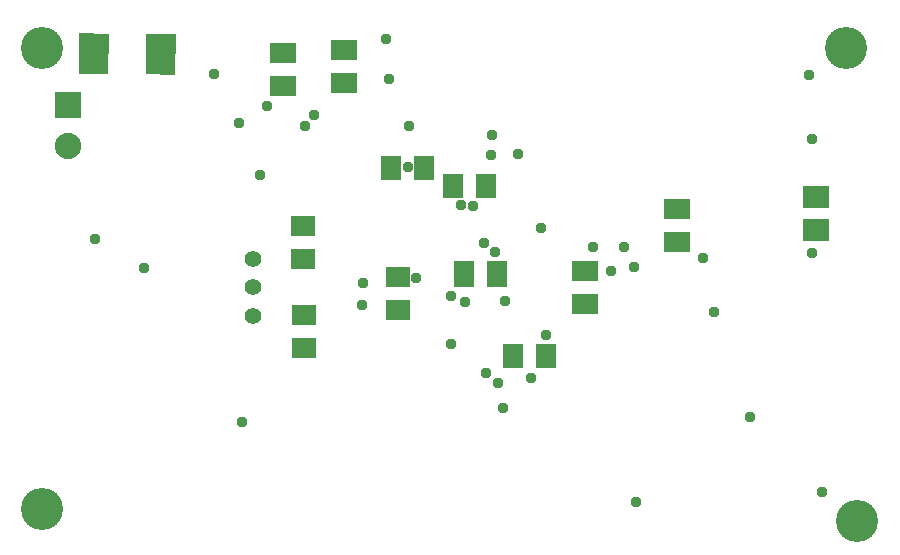
<source format=gbs>
G75*
%MOIN*%
%OFA0B0*%
%FSLAX25Y25*%
%IPPOS*%
%LPD*%
%AMOC8*
5,1,8,0,0,1.08239X$1,22.5*
%
%ADD10C,0.14028*%
%ADD11R,0.07887X0.07099*%
%ADD12R,0.07099X0.07887*%
%ADD13R,0.08800X0.08800*%
%ADD14C,0.08800*%
%ADD15C,0.05556*%
%ADD16R,0.08674X0.07099*%
%ADD17R,0.07099X0.08674*%
%ADD18R,0.09855X0.13398*%
%ADD19C,0.03778*%
D10*
X0013111Y0013111D03*
X0013111Y0166654D03*
X0280828Y0166654D03*
X0284765Y0009174D03*
D11*
X0131600Y0079363D03*
X0131600Y0090387D03*
X0100263Y0077812D03*
X0100263Y0066788D03*
X0099938Y0096263D03*
X0099938Y0107287D03*
D12*
X0129238Y0126650D03*
X0140262Y0126650D03*
X0150063Y0120725D03*
X0161087Y0120725D03*
X0169838Y0064250D03*
X0180862Y0064250D03*
D13*
X0021700Y0147700D03*
D14*
X0021700Y0133920D03*
D15*
X0083400Y0096575D03*
X0083400Y0087181D03*
X0083400Y0077575D03*
D16*
X0193850Y0081338D03*
X0193850Y0092362D03*
X0224775Y0102188D03*
X0224775Y0113212D03*
X0113550Y0155213D03*
X0113550Y0166237D03*
X0093250Y0165137D03*
X0093250Y0154113D03*
D17*
X0153613Y0091425D03*
X0164637Y0091425D03*
G36*
X0275308Y0109604D02*
X0275295Y0102507D01*
X0266622Y0102522D01*
X0266635Y0109619D01*
X0275308Y0109604D01*
G37*
G36*
X0275328Y0120628D02*
X0275315Y0113531D01*
X0266642Y0113546D01*
X0266655Y0120643D01*
X0275328Y0120628D01*
G37*
D18*
G36*
X0047739Y0171407D02*
X0057591Y0171304D01*
X0057451Y0157907D01*
X0047599Y0158010D01*
X0047739Y0171407D01*
G37*
G36*
X0025299Y0171642D02*
X0035151Y0171539D01*
X0035011Y0158142D01*
X0025159Y0158245D01*
X0025299Y0171642D01*
G37*
D19*
X0070350Y0158050D03*
X0088075Y0147575D03*
X0078775Y0141750D03*
X0100500Y0140600D03*
X0103550Y0144475D03*
X0128536Y0156375D03*
X0127625Y0169625D03*
X0135400Y0140700D03*
X0134877Y0127200D03*
X0152547Y0114300D03*
X0156525Y0114150D03*
X0160450Y0101639D03*
X0163850Y0098850D03*
X0179400Y0106650D03*
X0196700Y0100425D03*
X0202700Y0092425D03*
X0210350Y0093850D03*
X0206975Y0100425D03*
X0233200Y0096875D03*
X0236975Y0078675D03*
X0269775Y0098350D03*
X0269525Y0136450D03*
X0268525Y0157750D03*
X0171650Y0131575D03*
X0162525Y0131250D03*
X0163050Y0137750D03*
X0137550Y0090225D03*
X0149350Y0083950D03*
X0153850Y0082250D03*
X0167250Y0082550D03*
X0180875Y0070925D03*
X0160907Y0058500D03*
X0165025Y0055050D03*
X0176060Y0056885D03*
X0166485Y0046800D03*
X0149425Y0068125D03*
X0119675Y0080925D03*
X0119950Y0088450D03*
X0085775Y0124300D03*
X0046800Y0093325D03*
X0030750Y0103225D03*
X0079750Y0042125D03*
X0211075Y0015525D03*
X0248875Y0043825D03*
X0272925Y0018850D03*
M02*

</source>
